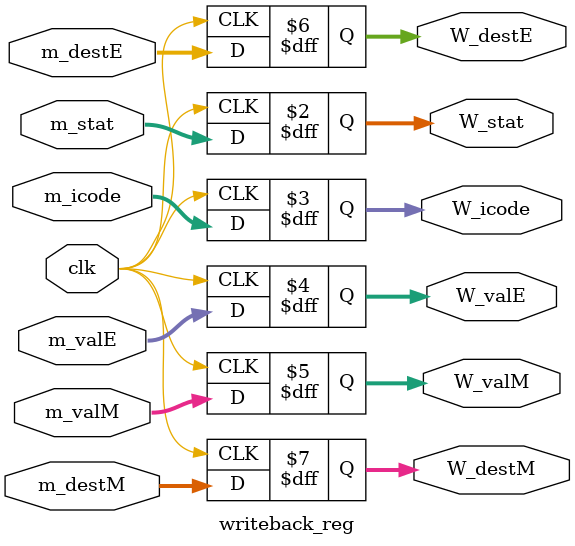
<source format=v>
module writeback_reg(
    input clk,
    input [2:0] m_stat,
    input [3:0] m_icode,
    input [63:0] m_valE,
    input [63:0] m_valM,
    input [3:0] m_destE,
    input [3:0] m_destM,

    output reg [2:0] W_stat,
    output reg [3:0] W_icode,
    output reg [63:0] W_valE,
    output reg [63:0] W_valM,
    output reg [3:0] W_destE,
    output reg [3:0] W_destM
);

always @(posedge clk)
begin
    W_stat = m_stat; //might be <= instead of =
    W_icode = m_icode;
    W_valE = m_valE;
    W_valM = m_valM;
    W_destE = m_destE;
    W_destM = m_destM;
end
endmodule
</source>
